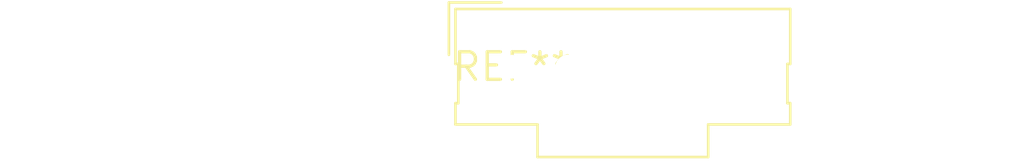
<source format=kicad_pcb>
(kicad_pcb (version 20240108) (generator pcbnew)
  (layers (0 "F.Cu" signal) (31 "B.Cu" signal) (34 "B.Paste" user) (35 "F.Paste" user) (36 "B.SilkS" user "B.Silkscreen") (37 "F.SilkS" user "F.Silkscreen") (38 "B.Mask" user) (39 "F.Mask" user) (44 "Edge.Cuts" user))
  (net 0 "")
  (footprint "Molex_SL_171971-0005_1x05_P2.54mm_Vertical" (layer "F.Cu") (at 0 0)
    (property "Reference" "REF**")
    (property "Value" "Molex_SL_171971-0005_1x05_P2.54mm_Vertical")
    (fp_line (start -2.91 -2.96) (end -0.5 -2.96) (layer "F.SilkS") (stroke (width 0.12)))
    (fp_line (start -2.91 -0.55) (end -2.91 -2.96) (layer "F.SilkS") (stroke (width 0.12)))
    (fp_line (start -2.61 -2.66) (end -2.61 -0.13) (layer "F.SilkS") (stroke (width 0.12)))
    (fp_line (start -2.61 -0.13) (end -2.48 -0.13) (layer "F.SilkS") (stroke (width 0.12)))
    (fp_line (start -2.61 1.68) (end -2.61 2.66) (layer "F.SilkS") (stroke (width 0.12)))
    (fp_line (start -2.61 2.66) (end 1.16 2.66) (layer "F.SilkS") (stroke (width 0.12)))
    (fp_line (start -2.48 -0.13) (end -2.48 1.68) (layer "F.SilkS") (stroke (width 0.12)))
    (fp_line (start -2.48 1.68) (end -2.61 1.68) (layer "F.SilkS") (stroke (width 0.12)))
    (fp_line (start 1.16 2.66) (end 1.16 4.16) (layer "F.SilkS") (stroke (width 0.12)))
    (fp_line (start 1.16 4.16) (end 9 4.16) (layer "F.SilkS") (stroke (width 0.12)))
    (fp_line (start 9 2.66) (end 12.77 2.66) (layer "F.SilkS") (stroke (width 0.12)))
    (fp_line (start 9 4.16) (end 9 2.66) (layer "F.SilkS") (stroke (width 0.12)))
    (fp_line (start 12.64 -0.13) (end 12.77 -0.13) (layer "F.SilkS") (stroke (width 0.12)))
    (fp_line (start 12.64 1.68) (end 12.64 -0.13) (layer "F.SilkS") (stroke (width 0.12)))
    (fp_line (start 12.77 -2.66) (end -2.61 -2.66) (layer "F.SilkS") (stroke (width 0.12)))
    (fp_line (start 12.77 -0.13) (end 12.77 -2.66) (layer "F.SilkS") (stroke (width 0.12)))
    (fp_line (start 12.77 1.68) (end 12.64 1.68) (layer "F.SilkS") (stroke (width 0.12)))
    (fp_line (start 12.77 2.66) (end 12.77 1.68) (layer "F.SilkS") (stroke (width 0.12)))
    (pad "1" thru_hole roundrect (at 0 0) (size 1.74 1.74) (drill 1.09) (layers *.Cu *.Mask) (remove_unused_layers) (roundrect_rratio 0.143678))
    (pad "2" thru_hole circle (at 2.54 0) (size 1.74 1.74) (drill 1.09) (layers *.Cu *.Mask) (remove_unused_layers))
    (pad "3" thru_hole circle (at 5.08 0) (size 1.74 1.74) (drill 1.09) (layers *.Cu *.Mask) (remove_unused_layers))
    (pad "4" thru_hole circle (at 7.62 0) (size 1.74 1.74) (drill 1.09) (layers *.Cu *.Mask) (remove_unused_layers))
    (pad "5" thru_hole circle (at 10.16 0) (size 1.74 1.74) (drill 1.09) (layers *.Cu *.Mask) (remove_unused_layers))
  )
)
</source>
